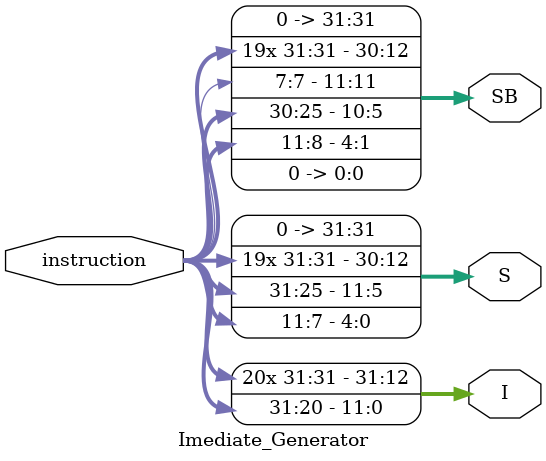
<source format=sv>
module Imediate_Generator(instruction, I, S, SB);

input signed [31:0] instruction;
output reg signed [31:0] I, S, SB;

always @ (*) begin
    // Extracting fields using part-select and sign extension
    I  = {{20{instruction[31]}}, instruction[31:20]}; // Immediate
    S  = {{20{instruction[31]}}, instruction[30:25], instruction[11:7]}; // Store
    SB = {{19{instruction[31]}}, instruction[7], instruction[30:25], instruction[11:8], 1'b0}; // Branch
end

endmodule

</source>
